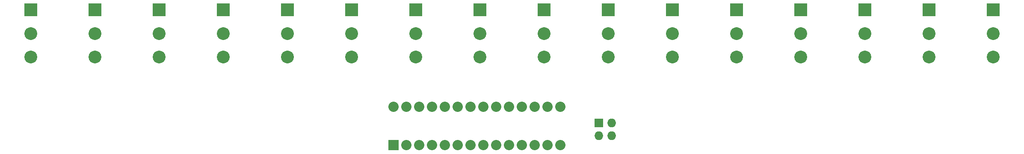
<source format=gbr>
G04 #@! TF.FileFunction,Copper,L1,Top,Signal*
%FSLAX46Y46*%
G04 Gerber Fmt 4.6, Leading zero omitted, Abs format (unit mm)*
G04 Created by KiCad (PCBNEW 4.0.2-stable) date Tuesday, 09 August 2016 'pmt' 12:03:11*
%MOMM*%
G01*
G04 APERTURE LIST*
%ADD10C,0.100000*%
%ADD11R,1.727200X1.727200*%
%ADD12O,1.727200X1.727200*%
%ADD13R,2.032000X2.032000*%
%ADD14C,2.032000*%
%ADD15R,2.540000X2.540000*%
%ADD16C,2.540000*%
G04 APERTURE END LIST*
D10*
D11*
X188595000Y-41910000D03*
D12*
X191135000Y-41910000D03*
X188595000Y-44450000D03*
X191135000Y-44450000D03*
D13*
X147955000Y-46355000D03*
D14*
X150495000Y-46355000D03*
X153035000Y-46355000D03*
X155575000Y-46355000D03*
X158115000Y-46355000D03*
X160655000Y-46355000D03*
X163195000Y-46355000D03*
X165735000Y-46355000D03*
X168275000Y-46355000D03*
X170815000Y-46355000D03*
X173355000Y-46355000D03*
X175895000Y-46355000D03*
X178435000Y-46355000D03*
X180975000Y-46355000D03*
X180975000Y-38735000D03*
X178435000Y-38735000D03*
X175895000Y-38735000D03*
X173355000Y-38735000D03*
X170815000Y-38735000D03*
X168275000Y-38735000D03*
X165735000Y-38735000D03*
X163195000Y-38735000D03*
X160655000Y-38735000D03*
X158115000Y-38735000D03*
X155575000Y-38735000D03*
X153035000Y-38735000D03*
X150495000Y-38735000D03*
X147955000Y-38735000D03*
D15*
X266700000Y-19431000D03*
D16*
X266700000Y-24130000D03*
X266700000Y-28829000D03*
D15*
X254000000Y-19431000D03*
D16*
X254000000Y-24130000D03*
X254000000Y-28829000D03*
D15*
X241300000Y-19431000D03*
D16*
X241300000Y-24130000D03*
X241300000Y-28829000D03*
D15*
X228600000Y-19431000D03*
D16*
X228600000Y-24130000D03*
X228600000Y-28829000D03*
D15*
X215900000Y-19431000D03*
D16*
X215900000Y-24130000D03*
X215900000Y-28829000D03*
D15*
X203200000Y-19431000D03*
D16*
X203200000Y-24130000D03*
X203200000Y-28829000D03*
D15*
X190500000Y-19431000D03*
D16*
X190500000Y-24130000D03*
X190500000Y-28829000D03*
D15*
X177800000Y-19431000D03*
D16*
X177800000Y-24130000D03*
X177800000Y-28829000D03*
D15*
X165100000Y-19431000D03*
D16*
X165100000Y-24130000D03*
X165100000Y-28829000D03*
D15*
X152400000Y-19431000D03*
D16*
X152400000Y-24130000D03*
X152400000Y-28829000D03*
D15*
X139700000Y-19431000D03*
D16*
X139700000Y-24130000D03*
X139700000Y-28829000D03*
D15*
X127000000Y-19431000D03*
D16*
X127000000Y-24130000D03*
X127000000Y-28829000D03*
D15*
X114300000Y-19431000D03*
D16*
X114300000Y-24130000D03*
X114300000Y-28829000D03*
D15*
X101600000Y-19431000D03*
D16*
X101600000Y-24130000D03*
X101600000Y-28829000D03*
D15*
X88900000Y-19431000D03*
D16*
X88900000Y-24130000D03*
X88900000Y-28829000D03*
D15*
X76200000Y-19431000D03*
D16*
X76200000Y-24130000D03*
X76200000Y-28829000D03*
M02*

</source>
